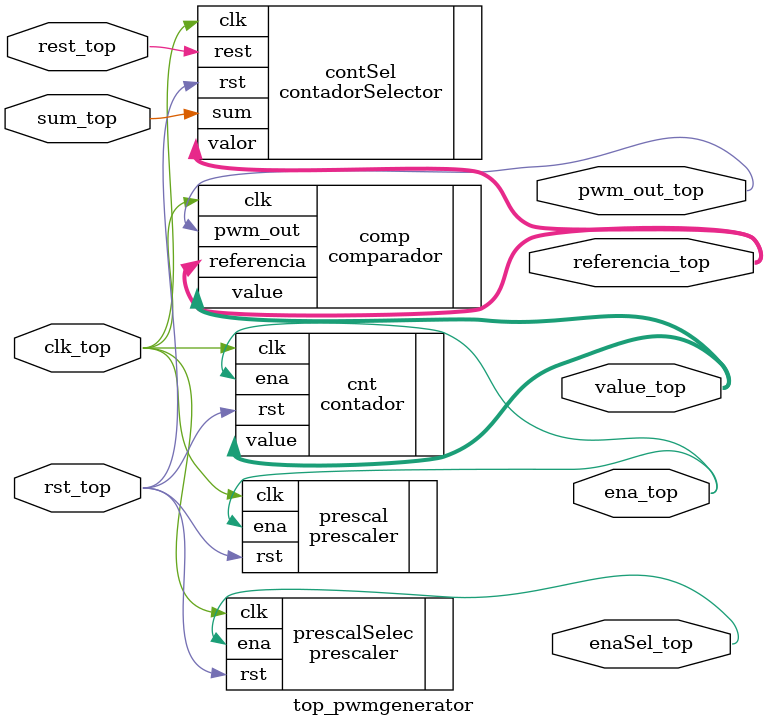
<source format=v>
module top_pwmgenerator #(parameter FRECUENCY_BITS = 2, parameter RESOLUTION_BITS = 8)( //2 - 48.8kHz y 8 resolucion
//inputs
input clk_top, rst_top,
input sum_top, rest_top,
//outputs
output ena_top,
output [RESOLUTION_BITS-1 :0] value_top,
output pwm_out_top,
output enaSel_top,
output [RESOLUTION_BITS-1 : 0] referencia_top
);

//Instanciando Prescaler
prescaler #( .COUNTER_SIZE(FRECUENCY_BITS)) prescal(
//inputs
	.clk	(clk_top),
	.rst	(rst_top),
//outputs	
	.ena	(ena_top)
);

//Instanciando contador de n bits
contador #( .RESOLUTION_BITS(RESOLUTION_BITS)) cnt(
//inputs
	.clk	(clk_top),
	.rst	(rst_top),
	.ena	(ena_top),
//output
	.value (value_top)
);

//Instanciando comparador
comparador #( .RESOLUTION_BITS(RESOLUTION_BITS)) comp(
//inputs
	.clk	(clk_top),
	.value(value_top),
	.referencia	(referencia_top),
//outputs
	.pwm_out(pwm_out_top)
);

//Prescaler para el contador de seleccion
prescaler #( .COUNTER_SIZE(4)) prescalSelec(
//inputs
	.clk	(clk_top),
	.rst	(rst_top),
//outputs	
	.ena	(enaSel_top)
);

//Contador para seleccionar referencia
contadorSelector #( .SIZE_COUNT(RESOLUTION_BITS)) contSel(
//inputs
	.clk	(clk_top),
	.rst	(rst_top),
	.sum	(sum_top),
	.rest	(rest_top),
//outputs
	.valor(referencia_top)
);

endmodule

</source>
